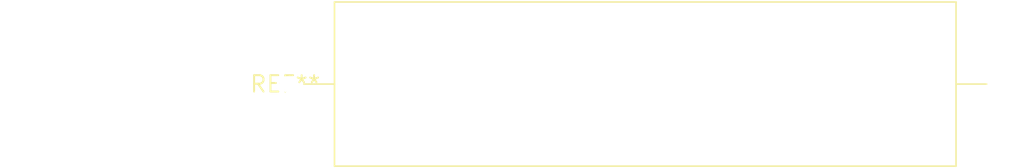
<source format=kicad_pcb>
(kicad_pcb (version 20240108) (generator pcbnew)
  (layers (0 "F.Cu" signal) (31 "B.Cu" signal) (34 "B.Paste" user) (35 "F.Paste" user) (36 "B.SilkS" user "B.Silkscreen") (37 "F.SilkS" user "F.Silkscreen") (38 "B.Mask" user) (39 "F.Mask" user) (44 "Edge.Cuts" user))
  (net 0 "")
  (footprint "R_Axial_Power_L48.0mm_W12.5mm_P55.88mm" (layer "F.Cu") (at 0 0)
    (property "Reference" "REF**")
    (property "Value" "R_Axial_Power_L48.0mm_W12.5mm_P55.88mm")
    (fp_line (start 1.44 0) (end 3.82 0) (layer "F.SilkS") (stroke (width 0.12)))
    (fp_line (start 3.82 -6.37) (end 3.82 6.37) (layer "F.SilkS") (stroke (width 0.12)))
    (fp_line (start 3.82 6.37) (end 52.06 6.37) (layer "F.SilkS") (stroke (width 0.12)))
    (fp_line (start 52.06 -6.37) (end 3.82 -6.37) (layer "F.SilkS") (stroke (width 0.12)))
    (fp_line (start 52.06 6.37) (end 52.06 -6.37) (layer "F.SilkS") (stroke (width 0.12)))
    (fp_line (start 54.44 0) (end 52.06 0) (layer "F.SilkS") (stroke (width 0.12)))
    (pad "1" thru_hole circle (at 0 0) (size 2.4 2.4) (drill 1.2) (layers *.Cu *.Mask) (remove_unused_layers))
    (pad "2" thru_hole oval (at 55.88 0) (size 2.4 2.4) (drill 1.2) (layers *.Cu *.Mask) (remove_unused_layers))
  )
)
</source>
